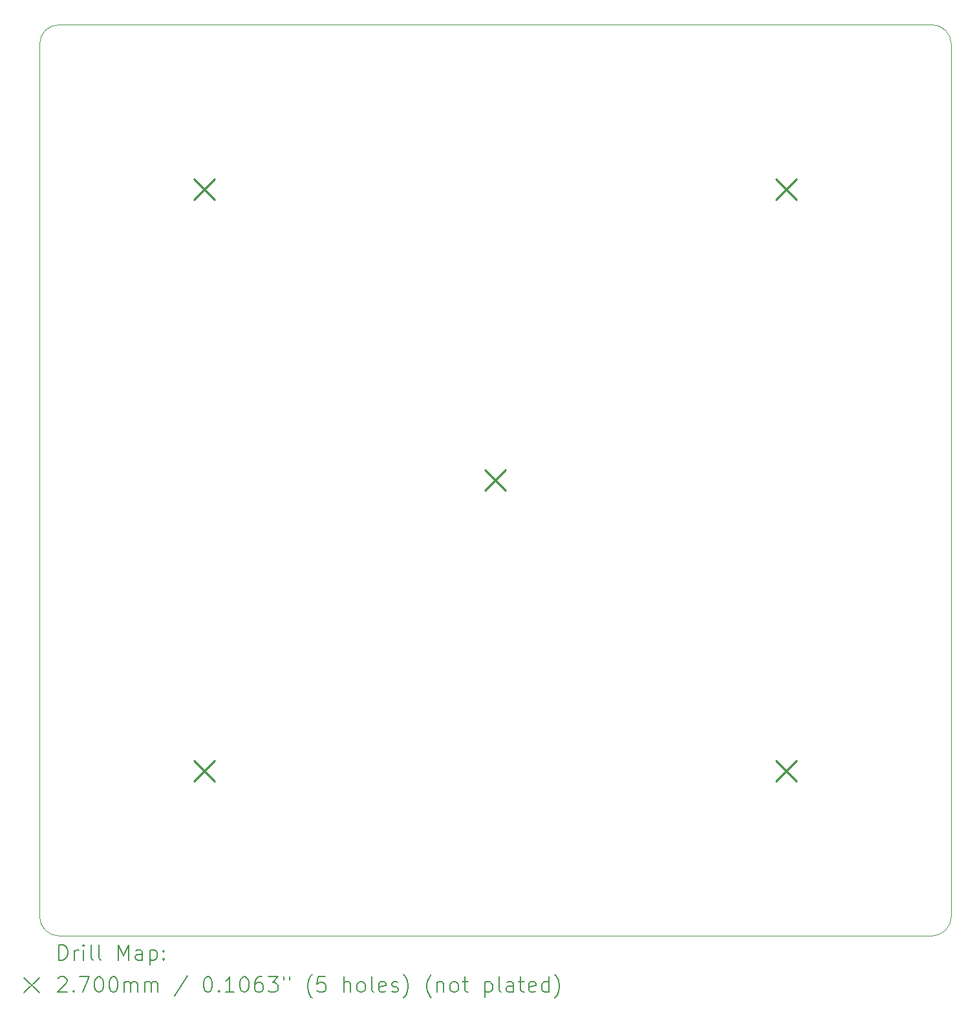
<source format=gbr>
%FSLAX45Y45*%
G04 Gerber Fmt 4.5, Leading zero omitted, Abs format (unit mm)*
G04 Created by KiCad (PCBNEW (6.0.5-0)) date 2022-06-17 01:52:42*
%MOMM*%
%LPD*%
G01*
G04 APERTURE LIST*
%TA.AperFunction,Profile*%
%ADD10C,0.100000*%
%TD*%
%ADD11C,0.200000*%
%ADD12C,0.270000*%
G04 APERTURE END LIST*
D10*
X-5969000Y-5715000D02*
X-5969000Y5715000D01*
X-5715000Y5969000D02*
X5715000Y5969000D01*
X5715000Y-5969000D02*
X-5715000Y-5969000D01*
X-5715000Y5969000D02*
G75*
G03*
X-5969000Y5715000I0J-254000D01*
G01*
X5715000Y-5969000D02*
G75*
G03*
X5969000Y-5715000I0J254000D01*
G01*
X5969000Y5715000D02*
G75*
G03*
X5715000Y5969000I-254000J0D01*
G01*
X5969000Y5715000D02*
X5969000Y-5715000D01*
X-5969000Y-5715000D02*
G75*
G03*
X-5715000Y-5969000I254000J0D01*
G01*
D11*
D12*
X-3945000Y3945000D02*
X-3675000Y3675000D01*
X-3675000Y3945000D02*
X-3945000Y3675000D01*
X-3945000Y-3675000D02*
X-3675000Y-3945000D01*
X-3675000Y-3675000D02*
X-3945000Y-3945000D01*
X-135000Y135000D02*
X135000Y-135000D01*
X135000Y135000D02*
X-135000Y-135000D01*
X3675000Y3945000D02*
X3945000Y3675000D01*
X3945000Y3945000D02*
X3675000Y3675000D01*
X3675000Y-3675000D02*
X3945000Y-3945000D01*
X3945000Y-3675000D02*
X3675000Y-3945000D01*
D11*
X-5716381Y-6284476D02*
X-5716381Y-6084476D01*
X-5668762Y-6084476D01*
X-5640190Y-6094000D01*
X-5621143Y-6113048D01*
X-5611619Y-6132095D01*
X-5602095Y-6170190D01*
X-5602095Y-6198762D01*
X-5611619Y-6236857D01*
X-5621143Y-6255905D01*
X-5640190Y-6274952D01*
X-5668762Y-6284476D01*
X-5716381Y-6284476D01*
X-5516381Y-6284476D02*
X-5516381Y-6151143D01*
X-5516381Y-6189238D02*
X-5506857Y-6170190D01*
X-5497333Y-6160667D01*
X-5478286Y-6151143D01*
X-5459238Y-6151143D01*
X-5392572Y-6284476D02*
X-5392572Y-6151143D01*
X-5392572Y-6084476D02*
X-5402095Y-6094000D01*
X-5392572Y-6103524D01*
X-5383048Y-6094000D01*
X-5392572Y-6084476D01*
X-5392572Y-6103524D01*
X-5268762Y-6284476D02*
X-5287810Y-6274952D01*
X-5297333Y-6255905D01*
X-5297333Y-6084476D01*
X-5164000Y-6284476D02*
X-5183048Y-6274952D01*
X-5192572Y-6255905D01*
X-5192572Y-6084476D01*
X-4935429Y-6284476D02*
X-4935429Y-6084476D01*
X-4868762Y-6227333D01*
X-4802095Y-6084476D01*
X-4802095Y-6284476D01*
X-4621143Y-6284476D02*
X-4621143Y-6179714D01*
X-4630667Y-6160667D01*
X-4649714Y-6151143D01*
X-4687810Y-6151143D01*
X-4706857Y-6160667D01*
X-4621143Y-6274952D02*
X-4640191Y-6284476D01*
X-4687810Y-6284476D01*
X-4706857Y-6274952D01*
X-4716381Y-6255905D01*
X-4716381Y-6236857D01*
X-4706857Y-6217809D01*
X-4687810Y-6208286D01*
X-4640191Y-6208286D01*
X-4621143Y-6198762D01*
X-4525905Y-6151143D02*
X-4525905Y-6351143D01*
X-4525905Y-6160667D02*
X-4506857Y-6151143D01*
X-4468762Y-6151143D01*
X-4449714Y-6160667D01*
X-4440191Y-6170190D01*
X-4430667Y-6189238D01*
X-4430667Y-6246381D01*
X-4440191Y-6265428D01*
X-4449714Y-6274952D01*
X-4468762Y-6284476D01*
X-4506857Y-6284476D01*
X-4525905Y-6274952D01*
X-4344952Y-6265428D02*
X-4335429Y-6274952D01*
X-4344952Y-6284476D01*
X-4354476Y-6274952D01*
X-4344952Y-6265428D01*
X-4344952Y-6284476D01*
X-4344952Y-6160667D02*
X-4335429Y-6170190D01*
X-4344952Y-6179714D01*
X-4354476Y-6170190D01*
X-4344952Y-6160667D01*
X-4344952Y-6179714D01*
X-6174000Y-6514000D02*
X-5974000Y-6714000D01*
X-5974000Y-6514000D02*
X-6174000Y-6714000D01*
X-5725905Y-6523524D02*
X-5716381Y-6514000D01*
X-5697333Y-6504476D01*
X-5649714Y-6504476D01*
X-5630667Y-6514000D01*
X-5621143Y-6523524D01*
X-5611619Y-6542571D01*
X-5611619Y-6561619D01*
X-5621143Y-6590190D01*
X-5735429Y-6704476D01*
X-5611619Y-6704476D01*
X-5525905Y-6685428D02*
X-5516381Y-6694952D01*
X-5525905Y-6704476D01*
X-5535429Y-6694952D01*
X-5525905Y-6685428D01*
X-5525905Y-6704476D01*
X-5449714Y-6504476D02*
X-5316381Y-6504476D01*
X-5402095Y-6704476D01*
X-5202095Y-6504476D02*
X-5183048Y-6504476D01*
X-5164000Y-6514000D01*
X-5154476Y-6523524D01*
X-5144952Y-6542571D01*
X-5135429Y-6580667D01*
X-5135429Y-6628286D01*
X-5144952Y-6666381D01*
X-5154476Y-6685428D01*
X-5164000Y-6694952D01*
X-5183048Y-6704476D01*
X-5202095Y-6704476D01*
X-5221143Y-6694952D01*
X-5230667Y-6685428D01*
X-5240191Y-6666381D01*
X-5249714Y-6628286D01*
X-5249714Y-6580667D01*
X-5240191Y-6542571D01*
X-5230667Y-6523524D01*
X-5221143Y-6514000D01*
X-5202095Y-6504476D01*
X-5011619Y-6504476D02*
X-4992572Y-6504476D01*
X-4973524Y-6514000D01*
X-4964000Y-6523524D01*
X-4954476Y-6542571D01*
X-4944952Y-6580667D01*
X-4944952Y-6628286D01*
X-4954476Y-6666381D01*
X-4964000Y-6685428D01*
X-4973524Y-6694952D01*
X-4992572Y-6704476D01*
X-5011619Y-6704476D01*
X-5030667Y-6694952D01*
X-5040191Y-6685428D01*
X-5049714Y-6666381D01*
X-5059238Y-6628286D01*
X-5059238Y-6580667D01*
X-5049714Y-6542571D01*
X-5040191Y-6523524D01*
X-5030667Y-6514000D01*
X-5011619Y-6504476D01*
X-4859238Y-6704476D02*
X-4859238Y-6571143D01*
X-4859238Y-6590190D02*
X-4849714Y-6580667D01*
X-4830667Y-6571143D01*
X-4802095Y-6571143D01*
X-4783048Y-6580667D01*
X-4773524Y-6599714D01*
X-4773524Y-6704476D01*
X-4773524Y-6599714D02*
X-4764000Y-6580667D01*
X-4744952Y-6571143D01*
X-4716381Y-6571143D01*
X-4697333Y-6580667D01*
X-4687810Y-6599714D01*
X-4687810Y-6704476D01*
X-4592572Y-6704476D02*
X-4592572Y-6571143D01*
X-4592572Y-6590190D02*
X-4583048Y-6580667D01*
X-4564000Y-6571143D01*
X-4535429Y-6571143D01*
X-4516381Y-6580667D01*
X-4506857Y-6599714D01*
X-4506857Y-6704476D01*
X-4506857Y-6599714D02*
X-4497333Y-6580667D01*
X-4478286Y-6571143D01*
X-4449714Y-6571143D01*
X-4430667Y-6580667D01*
X-4421143Y-6599714D01*
X-4421143Y-6704476D01*
X-4030667Y-6494952D02*
X-4202095Y-6752095D01*
X-3773524Y-6504476D02*
X-3754476Y-6504476D01*
X-3735429Y-6514000D01*
X-3725905Y-6523524D01*
X-3716381Y-6542571D01*
X-3706857Y-6580667D01*
X-3706857Y-6628286D01*
X-3716381Y-6666381D01*
X-3725905Y-6685428D01*
X-3735429Y-6694952D01*
X-3754476Y-6704476D01*
X-3773524Y-6704476D01*
X-3792571Y-6694952D01*
X-3802095Y-6685428D01*
X-3811619Y-6666381D01*
X-3821143Y-6628286D01*
X-3821143Y-6580667D01*
X-3811619Y-6542571D01*
X-3802095Y-6523524D01*
X-3792571Y-6514000D01*
X-3773524Y-6504476D01*
X-3621143Y-6685428D02*
X-3611619Y-6694952D01*
X-3621143Y-6704476D01*
X-3630667Y-6694952D01*
X-3621143Y-6685428D01*
X-3621143Y-6704476D01*
X-3421143Y-6704476D02*
X-3535429Y-6704476D01*
X-3478286Y-6704476D02*
X-3478286Y-6504476D01*
X-3497333Y-6533048D01*
X-3516381Y-6552095D01*
X-3535429Y-6561619D01*
X-3297333Y-6504476D02*
X-3278286Y-6504476D01*
X-3259238Y-6514000D01*
X-3249714Y-6523524D01*
X-3240190Y-6542571D01*
X-3230667Y-6580667D01*
X-3230667Y-6628286D01*
X-3240190Y-6666381D01*
X-3249714Y-6685428D01*
X-3259238Y-6694952D01*
X-3278286Y-6704476D01*
X-3297333Y-6704476D01*
X-3316381Y-6694952D01*
X-3325905Y-6685428D01*
X-3335429Y-6666381D01*
X-3344952Y-6628286D01*
X-3344952Y-6580667D01*
X-3335429Y-6542571D01*
X-3325905Y-6523524D01*
X-3316381Y-6514000D01*
X-3297333Y-6504476D01*
X-3059238Y-6504476D02*
X-3097333Y-6504476D01*
X-3116381Y-6514000D01*
X-3125905Y-6523524D01*
X-3144952Y-6552095D01*
X-3154476Y-6590190D01*
X-3154476Y-6666381D01*
X-3144952Y-6685428D01*
X-3135429Y-6694952D01*
X-3116381Y-6704476D01*
X-3078286Y-6704476D01*
X-3059238Y-6694952D01*
X-3049714Y-6685428D01*
X-3040190Y-6666381D01*
X-3040190Y-6618762D01*
X-3049714Y-6599714D01*
X-3059238Y-6590190D01*
X-3078286Y-6580667D01*
X-3116381Y-6580667D01*
X-3135429Y-6590190D01*
X-3144952Y-6599714D01*
X-3154476Y-6618762D01*
X-2973524Y-6504476D02*
X-2849714Y-6504476D01*
X-2916381Y-6580667D01*
X-2887810Y-6580667D01*
X-2868762Y-6590190D01*
X-2859238Y-6599714D01*
X-2849714Y-6618762D01*
X-2849714Y-6666381D01*
X-2859238Y-6685428D01*
X-2868762Y-6694952D01*
X-2887810Y-6704476D01*
X-2944952Y-6704476D01*
X-2964000Y-6694952D01*
X-2973524Y-6685428D01*
X-2773524Y-6504476D02*
X-2773524Y-6542571D01*
X-2697333Y-6504476D02*
X-2697333Y-6542571D01*
X-2402095Y-6780667D02*
X-2411619Y-6771143D01*
X-2430667Y-6742571D01*
X-2440191Y-6723524D01*
X-2449714Y-6694952D01*
X-2459238Y-6647333D01*
X-2459238Y-6609238D01*
X-2449714Y-6561619D01*
X-2440191Y-6533048D01*
X-2430667Y-6514000D01*
X-2411619Y-6485428D01*
X-2402095Y-6475905D01*
X-2230667Y-6504476D02*
X-2325905Y-6504476D01*
X-2335429Y-6599714D01*
X-2325905Y-6590190D01*
X-2306857Y-6580667D01*
X-2259238Y-6580667D01*
X-2240191Y-6590190D01*
X-2230667Y-6599714D01*
X-2221143Y-6618762D01*
X-2221143Y-6666381D01*
X-2230667Y-6685428D01*
X-2240191Y-6694952D01*
X-2259238Y-6704476D01*
X-2306857Y-6704476D01*
X-2325905Y-6694952D01*
X-2335429Y-6685428D01*
X-1983048Y-6704476D02*
X-1983048Y-6504476D01*
X-1897333Y-6704476D02*
X-1897333Y-6599714D01*
X-1906857Y-6580667D01*
X-1925905Y-6571143D01*
X-1954476Y-6571143D01*
X-1973524Y-6580667D01*
X-1983048Y-6590190D01*
X-1773524Y-6704476D02*
X-1792571Y-6694952D01*
X-1802095Y-6685428D01*
X-1811619Y-6666381D01*
X-1811619Y-6609238D01*
X-1802095Y-6590190D01*
X-1792571Y-6580667D01*
X-1773524Y-6571143D01*
X-1744952Y-6571143D01*
X-1725905Y-6580667D01*
X-1716381Y-6590190D01*
X-1706857Y-6609238D01*
X-1706857Y-6666381D01*
X-1716381Y-6685428D01*
X-1725905Y-6694952D01*
X-1744952Y-6704476D01*
X-1773524Y-6704476D01*
X-1592571Y-6704476D02*
X-1611619Y-6694952D01*
X-1621143Y-6675905D01*
X-1621143Y-6504476D01*
X-1440190Y-6694952D02*
X-1459238Y-6704476D01*
X-1497333Y-6704476D01*
X-1516381Y-6694952D01*
X-1525905Y-6675905D01*
X-1525905Y-6599714D01*
X-1516381Y-6580667D01*
X-1497333Y-6571143D01*
X-1459238Y-6571143D01*
X-1440190Y-6580667D01*
X-1430667Y-6599714D01*
X-1430667Y-6618762D01*
X-1525905Y-6637809D01*
X-1354476Y-6694952D02*
X-1335429Y-6704476D01*
X-1297333Y-6704476D01*
X-1278286Y-6694952D01*
X-1268762Y-6675905D01*
X-1268762Y-6666381D01*
X-1278286Y-6647333D01*
X-1297333Y-6637809D01*
X-1325905Y-6637809D01*
X-1344952Y-6628286D01*
X-1354476Y-6609238D01*
X-1354476Y-6599714D01*
X-1344952Y-6580667D01*
X-1325905Y-6571143D01*
X-1297333Y-6571143D01*
X-1278286Y-6580667D01*
X-1202095Y-6780667D02*
X-1192572Y-6771143D01*
X-1173524Y-6742571D01*
X-1164000Y-6723524D01*
X-1154476Y-6694952D01*
X-1144952Y-6647333D01*
X-1144952Y-6609238D01*
X-1154476Y-6561619D01*
X-1164000Y-6533048D01*
X-1173524Y-6514000D01*
X-1192572Y-6485428D01*
X-1202095Y-6475905D01*
X-840190Y-6780667D02*
X-849714Y-6771143D01*
X-868762Y-6742571D01*
X-878286Y-6723524D01*
X-887810Y-6694952D01*
X-897333Y-6647333D01*
X-897333Y-6609238D01*
X-887810Y-6561619D01*
X-878286Y-6533048D01*
X-868762Y-6514000D01*
X-849714Y-6485428D01*
X-840190Y-6475905D01*
X-764000Y-6571143D02*
X-764000Y-6704476D01*
X-764000Y-6590190D02*
X-754476Y-6580667D01*
X-735429Y-6571143D01*
X-706857Y-6571143D01*
X-687810Y-6580667D01*
X-678286Y-6599714D01*
X-678286Y-6704476D01*
X-554476Y-6704476D02*
X-573524Y-6694952D01*
X-583048Y-6685428D01*
X-592572Y-6666381D01*
X-592572Y-6609238D01*
X-583048Y-6590190D01*
X-573524Y-6580667D01*
X-554476Y-6571143D01*
X-525905Y-6571143D01*
X-506857Y-6580667D01*
X-497333Y-6590190D01*
X-487810Y-6609238D01*
X-487810Y-6666381D01*
X-497333Y-6685428D01*
X-506857Y-6694952D01*
X-525905Y-6704476D01*
X-554476Y-6704476D01*
X-430667Y-6571143D02*
X-354476Y-6571143D01*
X-402095Y-6504476D02*
X-402095Y-6675905D01*
X-392571Y-6694952D01*
X-373524Y-6704476D01*
X-354476Y-6704476D01*
X-135429Y-6571143D02*
X-135429Y-6771143D01*
X-135429Y-6580667D02*
X-116381Y-6571143D01*
X-78286Y-6571143D01*
X-59238Y-6580667D01*
X-49714Y-6590190D01*
X-40191Y-6609238D01*
X-40191Y-6666381D01*
X-49714Y-6685428D01*
X-59238Y-6694952D01*
X-78286Y-6704476D01*
X-116381Y-6704476D01*
X-135429Y-6694952D01*
X74095Y-6704476D02*
X55048Y-6694952D01*
X45524Y-6675905D01*
X45524Y-6504476D01*
X236000Y-6704476D02*
X236000Y-6599714D01*
X226476Y-6580667D01*
X207428Y-6571143D01*
X169333Y-6571143D01*
X150286Y-6580667D01*
X236000Y-6694952D02*
X216952Y-6704476D01*
X169333Y-6704476D01*
X150286Y-6694952D01*
X140762Y-6675905D01*
X140762Y-6656857D01*
X150286Y-6637809D01*
X169333Y-6628286D01*
X216952Y-6628286D01*
X236000Y-6618762D01*
X302667Y-6571143D02*
X378857Y-6571143D01*
X331238Y-6504476D02*
X331238Y-6675905D01*
X340762Y-6694952D01*
X359809Y-6704476D01*
X378857Y-6704476D01*
X521714Y-6694952D02*
X502667Y-6704476D01*
X464571Y-6704476D01*
X445524Y-6694952D01*
X436000Y-6675905D01*
X436000Y-6599714D01*
X445524Y-6580667D01*
X464571Y-6571143D01*
X502667Y-6571143D01*
X521714Y-6580667D01*
X531238Y-6599714D01*
X531238Y-6618762D01*
X436000Y-6637809D01*
X702667Y-6704476D02*
X702667Y-6504476D01*
X702667Y-6694952D02*
X683619Y-6704476D01*
X645524Y-6704476D01*
X626476Y-6694952D01*
X616952Y-6685428D01*
X607429Y-6666381D01*
X607429Y-6609238D01*
X616952Y-6590190D01*
X626476Y-6580667D01*
X645524Y-6571143D01*
X683619Y-6571143D01*
X702667Y-6580667D01*
X778857Y-6780667D02*
X788381Y-6771143D01*
X807428Y-6742571D01*
X816952Y-6723524D01*
X826476Y-6694952D01*
X836000Y-6647333D01*
X836000Y-6609238D01*
X826476Y-6561619D01*
X816952Y-6533048D01*
X807428Y-6514000D01*
X788381Y-6485428D01*
X778857Y-6475905D01*
M02*

</source>
